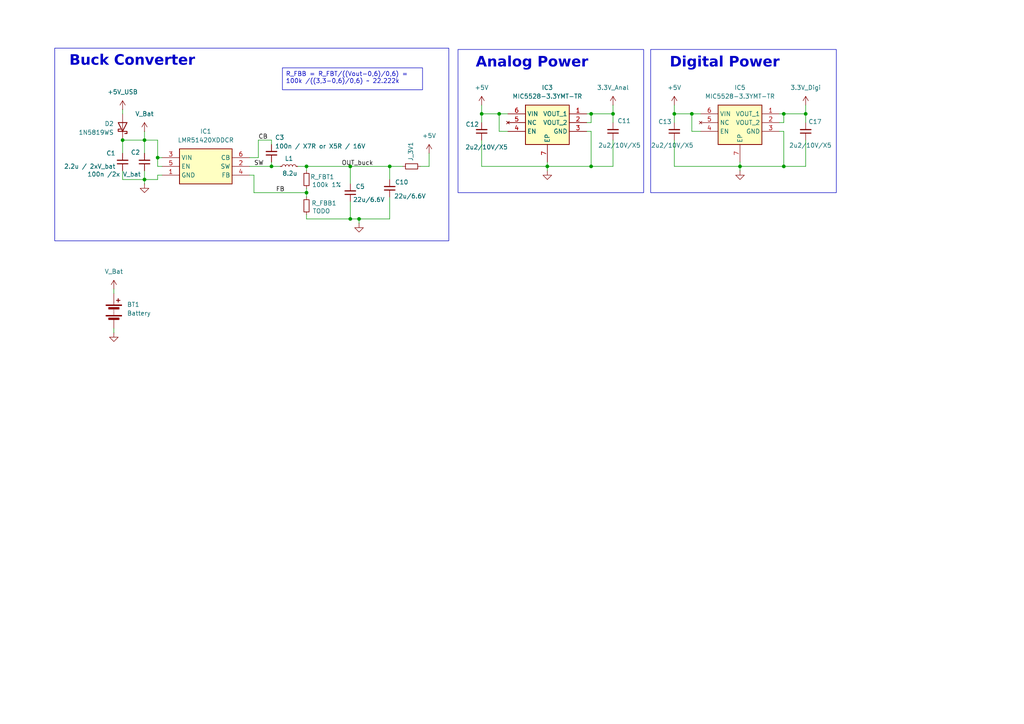
<source format=kicad_sch>
(kicad_sch (version 20231120) (generator "eeschema") (generator_version "8.0")
  (paper "A4")
  (lib_symbols
    (symbol "Device:Battery" (pin_numbers hide) (pin_names (offset 0) hide)
      (property "Reference" "BT" (at 2.54 2.54 0))
      (property "Value" "Battery" (at 2.54 0 0))
      (symbol "Battery_0_1"
        (rectangle (start -2.286 -1.27) (end 2.286 -1.524) (fill (type outline)))
        (rectangle (start -2.286 1.778) (end 2.286 1.524) (fill (type outline)))
        (rectangle (start -1.524 -2.032) (end 1.524 -2.54) (fill (type outline)))
        (rectangle (start -1.524 1.016) (end 1.524 0.508) (fill (type outline)))
        (polyline (pts (xy 0 -1.016) (xy 0 -0.762)))
        (polyline (pts (xy 0 -0.508) (xy 0 -0.254)))
        (polyline (pts (xy 0 0) (xy 0 0.254)))
        (polyline (pts (xy 0 1.778) (xy 0 2.54)))
        (polyline (pts (xy 0.762 3.048) (xy 1.778 3.048)) (stroke (width 0.254)))
        (polyline (pts (xy 1.27 3.556) (xy 1.27 2.54)) (stroke (width 0.254)))
      )
      (symbol "Battery_1_1"
        (pin passive line (at 0 5.08 270) (length 2.54) (name "+") (number "1"))
        (pin passive line (at 0 -5.08 90) (length 2.54) (name "-") (number "2"))
      )
    )
    (symbol "Device:C_Small" (pin_numbers hide) (pin_names (offset 0.254) hide)
      (property "Reference" "C" (at 0.254 1.778 0))
      (property "Value" "C_Small" (at 0.254 -2.032 0))
      (symbol "C_Small_0_1"
        (polyline (pts (xy -1.524 -0.508) (xy 1.524 -0.508)) (stroke (width 0.3302)))
        (polyline (pts (xy -1.524 0.508) (xy 1.524 0.508)) (stroke (width 0.3048)))
      )
      (symbol "C_Small_1_1"
        (pin passive line (at 0 2.54 270) (length 2.032) (name "~") (number "1"))
        (pin passive line (at 0 -2.54 90) (length 2.032) (name "~") (number "2"))
      )
    )
    (symbol "Device:L_Small" (pin_numbers hide) (pin_names (offset 0.254) hide)
      (property "Reference" "L" (at 0.762 1.016 0))
      (property "Value" "L_Small" (at 0.762 -1.016 0))
      (symbol "L_Small_0_1"
        (arc (start 0 -2.032) (mid 0.5058 -1.524) (end 0 -1.016))
        (arc (start 0 -1.016) (mid 0.5058 -0.508) (end 0 0))
        (arc (start 0 0) (mid 0.5058 0.508) (end 0 1.016))
        (arc (start 0 1.016) (mid 0.5058 1.524) (end 0 2.032))
      )
      (symbol "L_Small_1_1"
        (pin passive line (at 0 2.54 270) (length 0.508) (name "~") (number "1"))
        (pin passive line (at 0 -2.54 90) (length 0.508) (name "~") (number "2"))
      )
    )
    (symbol "Device:R_Small" (pin_numbers hide) (pin_names (offset 0.254) hide)
      (property "Reference" "R" (at 0.762 0.508 0))
      (property "Value" "R_Small" (at 0.762 -1.016 0))
      (symbol "R_Small_0_1"
        (rectangle (start -0.762 1.778) (end 0.762 -1.778) (stroke (width 0.2032)))
      )
      (symbol "R_Small_1_1"
        (pin passive line (at 0 2.54 270) (length 0.762) (name "~") (number "1"))
        (pin passive line (at 0 -2.54 90) (length 0.762) (name "~") (number "2"))
      )
    )
    (symbol "Diode:1N5819WS" (pin_numbers hide) (pin_names (offset 1.016) hide)
      (property "Reference" "D" (at 0 2.54 0))
      (property "Value" "1N5819WS" (at 0 -2.54 0))
      (symbol "1N5819WS_0_1"
        (polyline (pts (xy 1.27 0) (xy -1.27 0)))
        (polyline (pts (xy 1.27 1.27) (xy 1.27 -1.27) (xy -1.27 0) (xy 1.27 1.27)) (stroke (width 0.254)))
        (polyline (pts (xy -1.905 0.635) (xy -1.905 1.27) (xy -1.27 1.27) (xy -1.27 -1.27) (xy -0.635 -1.27) (xy -0.635 -0.635)) (stroke (width 0.254)))
      )
      (symbol "1N5819WS_1_1"
        (pin passive line (at -3.81 0 0) (length 2.54) (name "K") (number "1"))
        (pin passive line (at 3.81 0 180) (length 2.54) (name "A") (number "2"))
      )
    )
    (symbol "ESC_Library:LMR51420XDDCR"
      (property "Reference" "IC" (at 21.59 7.62 0))
      (property "Value" "LMR51420XDDCR" (at 21.59 5.08 0))
      (symbol "LMR51420XDDCR_1_1"
        (rectangle (start 5.08 2.54) (end 20.32 -7.62) (stroke (width 0.254)) (fill (type background)))
        (pin passive line (at 0 -5.08 0) (length 5.08) (name "GND") (number "1"))
        (pin passive line (at 25.4 -2.54 180) (length 5.08) (name "SW") (number "2"))
        (pin passive line (at 0 0 0) (length 5.08) (name "VIN") (number "3"))
        (pin passive line (at 25.4 -5.08 180) (length 5.08) (name "FB") (number "4"))
        (pin passive line (at 0 -2.54 0) (length 5.08) (name "EN") (number "5"))
        (pin passive line (at 25.4 0 180) (length 5.08) (name "CB") (number "6"))
      )
    )
    (symbol "FC_Library:MIC5528-3.3YMT-TR"
      (property "Reference" "IC" (at 26.67 7.62 0))
      (property "Value" "MIC5528-3.3YMT-TR" (at 26.67 5.08 0))
      (symbol "MIC5528-3.3YMT-TR_1_1"
        (rectangle (start 5.08 2.54) (end 17.78 -8.89) (stroke (width 0.254)) (fill (type background)))
        (pin passive line (at 0 0 0) (length 5.08) (name "VOUT_1") (number "1"))
        (pin passive line (at 0 -2.54 0) (length 5.08) (name "VOUT_2") (number "2"))
        (pin passive line (at 0 -5.08 0) (length 5.08) (name "GND") (number "3"))
        (pin passive line (at 22.86 -5.08 180) (length 5.08) (name "EN") (number "4"))
        (pin no_connect line (at 22.86 -2.54 180) (length 5.08) (name "NC") (number "5"))
        (pin passive line (at 22.86 0 180) (length 5.08) (name "VIN") (number "6"))
        (pin passive line (at 11.43 -13.97 90) (length 5.08) (name "EP") (number "7"))
      )
    )
    (symbol "power:+3V3" (power) (pin_numbers hide) (pin_names (offset 0) hide)
      (property "Value" "+3V3" (at 0 3.556 0))
      (symbol "+3V3_0_1"
        (polyline (pts (xy -0.762 1.27) (xy 0 2.54)))
        (polyline (pts (xy 0 0) (xy 0 2.54)))
        (polyline (pts (xy 0 2.54) (xy 0.762 1.27)))
      )
      (symbol "+3V3_1_1"
        (pin power_in line (at 0 0 90) (length 0) (name "~") (number "1"))
      )
    )
    (symbol "power:+5V" (power) (pin_numbers hide) (pin_names (offset 0) hide)
      (property "Value" "+5V" (at 0 3.556 0))
      (symbol "+5V_0_1"
        (polyline (pts (xy -0.762 1.27) (xy 0 2.54)))
        (polyline (pts (xy 0 0) (xy 0 2.54)))
        (polyline (pts (xy 0 2.54) (xy 0.762 1.27)))
      )
      (symbol "+5V_1_1"
        (pin power_in line (at 0 0 90) (length 0) (name "~") (number "1"))
      )
    )
    (symbol "power:+6V" (power) (pin_numbers hide) (pin_names (offset 0) hide)
      (property "Value" "+6V" (at 0 3.556 0))
      (symbol "+6V_0_1"
        (polyline (pts (xy -0.762 1.27) (xy 0 2.54)))
        (polyline (pts (xy 0 0) (xy 0 2.54)))
        (polyline (pts (xy 0 2.54) (xy 0.762 1.27)))
      )
      (symbol "+6V_1_1"
        (pin power_in line (at 0 0 90) (length 0) (name "~") (number "1"))
      )
    )
    (symbol "power:GND" (power) (pin_numbers hide) (pin_names (offset 0) hide)
      (property "Value" "GND" (at 0 -3.81 0))
      (symbol "GND_0_1"
        (polyline (pts (xy 0 0) (xy 0 -1.27) (xy 1.27 -1.27) (xy 0 -2.54) (xy -1.27 -1.27) (xy 0 -1.27)))
      )
      (symbol "GND_1_1"
        (pin power_in line (at 0 0 270) (length 0) (name "~") (number "1"))
      )
    )
  )
  (junction (at 101.6 63.5))
  (junction (at 78.74 48.26))
  (junction (at 35.56 40.64))
  (junction (at 88.9 48.26))
  (junction (at 139.7 33.02))
  (junction (at 214.63 48.26))
  (junction (at 195.58 33.02))
  (junction (at 41.91 52.07))
  (junction (at 233.68 33.02))
  (junction (at 41.91 40.64))
  (junction (at 88.9 55.88))
  (junction (at 171.45 33.02))
  (junction (at 144.78 33.02))
  (junction (at 101.6 48.26))
  (junction (at 104.14 63.5))
  (junction (at 113.03 48.26))
  (junction (at 171.45 48.26))
  (junction (at 200.66 33.02))
  (junction (at 227.33 48.26))
  (junction (at 177.8 33.02))
  (junction (at 158.75 48.26))
  (junction (at 227.33 33.02))
  (junction (at 45.72 45.72))
  (wire (pts (xy 200.66 33.02) (xy 195.58 33.02)))
  (wire (pts (xy 177.8 48.26) (xy 171.45 48.26)))
  (wire (pts (xy 177.8 35.56) (xy 177.8 33.02)))
  (wire (pts (xy 74.93 45.72) (xy 74.93 40.64)))
  (wire (pts (xy 104.14 63.5) (xy 113.03 63.5)))
  (wire (pts (xy 233.68 40.64) (xy 233.68 48.26)))
  (wire (pts (xy 139.7 48.26) (xy 139.7 40.64)))
  (wire (pts (xy 73.66 55.88) (xy 73.66 50.8)))
  (wire (pts (xy 200.66 38.1) (xy 200.66 33.02)))
  (wire (pts (xy 233.68 35.56) (xy 233.68 33.02)))
  (wire (pts (xy 124.46 48.26) (xy 121.92 48.26)))
  (wire (pts (xy 78.74 48.26) (xy 81.28 48.26)))
  (wire (pts (xy 74.93 40.64) (xy 78.74 40.64)))
  (wire (pts (xy 35.56 44.45) (xy 35.56 40.64)))
  (wire (pts (xy 203.2 38.1) (xy 200.66 38.1)))
  (wire (pts (xy 78.74 48.26) (xy 72.39 48.26)))
  (wire (pts (xy 35.56 52.07) (xy 35.56 49.53)))
  (wire (pts (xy 104.14 64.77) (xy 104.14 63.5)))
  (wire (pts (xy 46.99 48.26) (xy 45.72 48.26)))
  (wire (pts (xy 45.72 45.72) (xy 46.99 45.72)))
  (wire (pts (xy 88.9 48.26) (xy 86.36 48.26)))
  (wire (pts (xy 45.72 52.07) (xy 45.72 50.8)))
  (wire (pts (xy 45.72 48.26) (xy 45.72 45.72)))
  (wire (pts (xy 33.02 83.82) (xy 33.02 85.09)))
  (wire (pts (xy 170.18 38.1) (xy 171.45 38.1)))
  (wire (pts (xy 88.9 57.15) (xy 88.9 55.88)))
  (wire (pts (xy 171.45 33.02) (xy 170.18 33.02)))
  (wire (pts (xy 195.58 33.02) (xy 195.58 35.56)))
  (wire (pts (xy 74.93 45.72) (xy 72.39 45.72)))
  (wire (pts (xy 41.91 49.53) (xy 41.91 52.07)))
  (wire (pts (xy 233.68 33.02) (xy 227.33 33.02)))
  (wire (pts (xy 45.72 40.64) (xy 45.72 45.72)))
  (wire (pts (xy 171.45 48.26) (xy 158.75 48.26)))
  (wire (pts (xy 33.02 96.52) (xy 33.02 95.25)))
  (wire (pts (xy 35.56 40.64) (xy 41.91 40.64)))
  (wire (pts (xy 45.72 50.8) (xy 46.99 50.8)))
  (wire (pts (xy 144.78 33.02) (xy 139.7 33.02)))
  (wire (pts (xy 214.63 46.99) (xy 214.63 48.26)))
  (wire (pts (xy 139.7 30.48) (xy 139.7 33.02)))
  (wire (pts (xy 227.33 38.1) (xy 227.33 48.26)))
  (wire (pts (xy 78.74 46.99) (xy 78.74 48.26)))
  (wire (pts (xy 41.91 52.07) (xy 45.72 52.07)))
  (wire (pts (xy 147.32 33.02) (xy 144.78 33.02)))
  (wire (pts (xy 88.9 55.88) (xy 88.9 54.61)))
  (wire (pts (xy 41.91 40.64) (xy 45.72 40.64)))
  (wire (pts (xy 177.8 33.02) (xy 171.45 33.02)))
  (wire (pts (xy 233.68 30.48) (xy 233.68 33.02)))
  (wire (pts (xy 170.18 35.56) (xy 171.45 35.56)))
  (wire (pts (xy 171.45 38.1) (xy 171.45 48.26)))
  (wire (pts (xy 41.91 40.64) (xy 41.91 44.45)))
  (wire (pts (xy 88.9 63.5) (xy 101.6 63.5)))
  (wire (pts (xy 177.8 40.64) (xy 177.8 48.26)))
  (wire (pts (xy 227.33 33.02) (xy 226.06 33.02)))
  (wire (pts (xy 144.78 38.1) (xy 144.78 33.02)))
  (wire (pts (xy 203.2 33.02) (xy 200.66 33.02)))
  (wire (pts (xy 88.9 48.26) (xy 101.6 48.26)))
  (wire (pts (xy 101.6 48.26) (xy 101.6 53.34)))
  (wire (pts (xy 226.06 35.56) (xy 227.33 35.56)))
  (wire (pts (xy 35.56 31.75) (xy 35.56 33.02)))
  (wire (pts (xy 227.33 48.26) (xy 214.63 48.26)))
  (wire (pts (xy 78.74 40.64) (xy 78.74 41.91)))
  (wire (pts (xy 158.75 46.99) (xy 158.75 48.26)))
  (wire (pts (xy 124.46 44.45) (xy 124.46 48.26)))
  (wire (pts (xy 101.6 63.5) (xy 104.14 63.5)))
  (wire (pts (xy 139.7 33.02) (xy 139.7 35.56)))
  (wire (pts (xy 41.91 38.1) (xy 41.91 40.64)))
  (wire (pts (xy 233.68 48.26) (xy 227.33 48.26)))
  (wire (pts (xy 88.9 49.53) (xy 88.9 48.26)))
  (wire (pts (xy 171.45 33.02) (xy 171.45 35.56)))
  (wire (pts (xy 101.6 58.42) (xy 101.6 63.5)))
  (wire (pts (xy 226.06 38.1) (xy 227.33 38.1)))
  (wire (pts (xy 158.75 48.26) (xy 158.75 49.53)))
  (wire (pts (xy 73.66 55.88) (xy 88.9 55.88)))
  (wire (pts (xy 158.75 48.26) (xy 139.7 48.26)))
  (wire (pts (xy 73.66 50.8) (xy 72.39 50.8)))
  (wire (pts (xy 101.6 48.26) (xy 113.03 48.26)))
  (wire (pts (xy 214.63 48.26) (xy 195.58 48.26)))
  (wire (pts (xy 88.9 63.5) (xy 88.9 62.23)))
  (wire (pts (xy 113.03 52.07) (xy 113.03 48.26)))
  (wire (pts (xy 113.03 48.26) (xy 116.84 48.26)))
  (wire (pts (xy 147.32 38.1) (xy 144.78 38.1)))
  (wire (pts (xy 227.33 33.02) (xy 227.33 35.56)))
  (wire (pts (xy 214.63 48.26) (xy 214.63 49.53)))
  (wire (pts (xy 113.03 63.5) (xy 113.03 57.15)))
  (wire (pts (xy 195.58 48.26) (xy 195.58 40.64)))
  (wire (pts (xy 41.91 53.34) (xy 41.91 52.07)))
  (wire (pts (xy 177.8 30.48) (xy 177.8 33.02)))
  (wire (pts (xy 195.58 30.48) (xy 195.58 33.02)))
  (wire (pts (xy 35.56 52.07) (xy 41.91 52.07)))
  (rectangle (start 15.875 13.97) (end 130.175 69.85))
  (rectangle (start 188.722 14.351) (end 242.57 55.88))
  (rectangle (start 132.842 14.351) (end 186.69 55.88))
  (text_box "R_FBB = R_FBT/((Vout-0,6)/0,6) = 100k /((3,3-0,6)/0,6) ~ 22.222k" (at 81.915 19.685 0) (size 40.64 6.35) (effects (font (size 1.27 1.27)) (justify left top)))
  (text "Buck Converter" (at 38.354 18.542 0) (effects (font (size 3 3))))
  (text "Analog Power" (at 154.305 19.05 0) (effects (font (size 3 3))))
  (text "Digital Power" (at 210.185 19.05 0) (effects (font (size 3 3))))
  (label "FB" (at 80.01 55.88 0))
  (label "SW" (at 73.66 48.26 0))
  (label "CB" (at 74.93 40.64 0))
  (label "OUT_buck" (at 99.06 48.26 0))
  (symbol (lib_id "power:GND") (at 214.63 49.53 0) (mirror y) (unit 1)
    (property "Reference" "#PWR028" (effects (hide yes)))
    (property "Value" "GND" (effects (hide yes)))
    (property "Description" "Power symbol creates a global label with name \"GND\" , ground" (effects (hide yes)))
  )
  (symbol (lib_id "power:+6V") (at 33.02 83.82 0) (unit 1)
    (property "Reference" "#PWR048" (effects (hide yes)))
    (property "Value" "V_Bat" (at 33.02 78.74 0))
    (property "Description" "Power symbol creates a global label with name \"+6V\"" (effects (hide yes)))
  )
  (symbol (lib_id "Device:C_Small") (at 195.58 38.1 0) (mirror x) (unit 1)
    (property "Reference" "C13" (at 194.818 35.306 0) (effects (justify right)))
    (property "Value" "2u2/10V/X5" (at 201.168 42.164 0) (effects (justify right)))
    (property "Footprint" "Capacitor_SMD:C_0603_1608Metric" (effects (hide yes)))
    (property "Description" "Unpolarized capacitor, small symbol" (effects (hide yes)))
  )
  (symbol (lib_id "power:GND") (at 41.91 53.34 0) (unit 1)
    (property "Reference" "#PWR05" (effects (hide yes)))
    (property "Value" "GND" (effects (hide yes)))
    (property "Description" "Power symbol creates a global label with name \"GND\" , ground" (effects (hide yes)))
  )
  (symbol (lib_id "Device:C_Small") (at 177.8 38.1 180) (unit 1)
    (property "Reference" "C11" (at 179.07 35.052 0) (effects (justify right)))
    (property "Value" "2u2/10V/X5" (at 173.482 42.164 0) (effects (justify right)))
    (property "Footprint" "Capacitor_SMD:C_0603_1608Metric" (effects (hide yes)))
    (property "Description" "Unpolarized capacitor, small symbol" (effects (hide yes)))
  )
  (symbol (lib_id "FC_Library:MIC5528-3.3YMT-TR") (at 170.18 33.02 0) (mirror y) (unit 1)
    (property "Reference" "IC3" (at 158.75 25.4 0))
    (property "Value" "MIC5528-3.3YMT-TR" (at 158.75 27.94 0))
    (property "Footprint" "SON40P120X120X60-7N-D" (effects (hide yes)))
    (property "Datasheet" "https://ww1.microchip.com/downloads/en/DeviceDoc/MIC5528-High-Performance-500mA-LDO-in-Thin-and-Extra-Thin-DFN-Packages-DS20005982B.pdf" (effects (hide yes)))
    (property "Description" "Microchip Technology MIC5528-3.3YMT-TR, LDO Voltage Regulator Controller, 500mA, 3.3 V, +/-3% 6-Pin, TDFN" (effects (hide yes)))
    (property "Height" "0.6" (effects (hide yes)))
    (property "Mouser Part Number" "998-MIC5528-3.3YMTTR" (effects (hide yes)))
    (property "Mouser Price/Stock" "https://www.mouser.co.uk/ProductDetail/Microchip-Technology/MIC5528-3.3YMT-TR?qs=U6T8BxXiZAXEO0XtzncCuQ%3D%3D" (effects (hide yes)))
    (property "Manufacturer_Name" "Microchip" (effects (hide yes)))
    (property "Manufacturer_Part_Number" "MIC5528-3.3YMT-TR" (effects (hide yes)))
  )
  (symbol (lib_id "Device:Battery") (at 33.02 90.17 0) (unit 1)
    (property "Reference" "BT1" (at 36.83 88.3284 0) (effects (justify left)))
    (property "Value" "Battery" (at 36.83 90.8684 0) (effects (justify left)))
    (property "Footprint" "Connector_AMASS:AMASS_XT30U-F_1x02_P5.0mm_Vertical" (effects (hide yes)))
    (property "Description" "Multiple-cell battery" (effects (hide yes)))
  )
  (symbol (lib_id "Device:R_Small") (at 119.38 48.26 90) (unit 1)
    (property "Reference" "J_3V1" (at 119.126 43.942 0))
    (property "Value" "0" (effects (hide yes)))
    (property "Footprint" "Resistor_SMD:R_0603_1608Metric" (effects (hide yes)))
    (property "Description" "Resistor, small symbol" (effects (hide yes)))
  )
  (symbol (lib_id "Device:C_Small") (at 113.03 54.61 180) (unit 1)
    (property "Reference" "C10" (at 114.554 52.832 0) (effects (justify right)))
    (property "Value" "22u/6.6V" (at 114.3 56.896 0) (effects (justify right)))
    (property "Footprint" "Capacitor_SMD:C_0603_1608Metric" (effects (hide yes)))
    (property "Description" "Unpolarized capacitor, small symbol" (effects (hide yes)))
  )
  (symbol (lib_id "FC_Library:MIC5528-3.3YMT-TR") (at 226.06 33.02 0) (mirror y) (unit 1)
    (property "Reference" "IC5" (at 214.63 25.4 0))
    (property "Value" "MIC5528-3.3YMT-TR" (at 214.63 27.94 0))
    (property "Footprint" "SON40P120X120X60-7N-D" (effects (hide yes)))
    (property "Datasheet" "https://ww1.microchip.com/downloads/en/DeviceDoc/MIC5528-High-Performance-500mA-LDO-in-Thin-and-Extra-Thin-DFN-Packages-DS20005982B.pdf" (effects (hide yes)))
    (property "Description" "Microchip Technology MIC5528-3.3YMT-TR, LDO Voltage Regulator Controller, 500mA, 3.3 V, +/-3% 6-Pin, TDFN" (effects (hide yes)))
    (property "Height" "0.6" (effects (hide yes)))
    (property "Mouser Part Number" "998-MIC5528-3.3YMTTR" (effects (hide yes)))
    (property "Mouser Price/Stock" "https://www.mouser.co.uk/ProductDetail/Microchip-Technology/MIC5528-3.3YMT-TR?qs=U6T8BxXiZAXEO0XtzncCuQ%3D%3D" (effects (hide yes)))
    (property "Manufacturer_Name" "Microchip" (effects (hide yes)))
    (property "Manufacturer_Part_Number" "MIC5528-3.3YMT-TR" (effects (hide yes)))
  )
  (symbol (lib_id "power:+3V3") (at 233.68 30.48 0) (unit 1)
    (property "Reference" "#PWR029" (effects (hide yes)))
    (property "Value" "3.3V_Digi" (at 233.68 25.4 0))
    (property "Description" "Power symbol creates a global label with name \"+3V3\"" (effects (hide yes)))
  )
  (symbol (lib_id "Diode:1N5819WS") (at 35.56 36.83 270) (mirror x) (unit 1)
    (property "Reference" "D2" (at 33.02 35.8774 90) (effects (justify right)))
    (property "Value" "1N5819WS" (at 33.02 38.4174 90) (effects (justify right)))
    (property "Footprint" "Diode_SMD:D_SOD-323" (effects (hide yes)))
    (property "Datasheet" "https://datasheet.lcsc.com/lcsc/2204281430_Guangdong-Hottech-1N5819WS_C191023.pdf" (effects (hide yes)))
    (property "Description" "40V 600mV@1A 1A SOD-323 Schottky Barrier Diodes, SOD-323" (effects (hide yes)))
  )
  (symbol (lib_id "Device:C_Small") (at 35.56 46.99 0) (mirror x) (unit 1)
    (property "Reference" "C1" (at 33.528 44.45 0) (effects (justify right)))
    (property "Value" "2.2u / 2xV_bat" (at 33.528 48.26 0) (effects (justify right)))
    (property "Footprint" "Capacitor_SMD:C_0603_1608Metric" (effects (hide yes)))
    (property "Description" "Unpolarized capacitor, small symbol" (effects (hide yes)))
  )
  (symbol (lib_id "Device:R_Small") (at 88.9 52.07 0) (mirror x) (unit 1)
    (property "Reference" "R_FBT1" (at 93.472 51.308 0))
    (property "Value" "100k 1%" (at 94.742 53.594 0))
    (property "Footprint" "Resistor_SMD:R_0603_1608Metric" (effects (hide yes)))
    (property "Description" "Resistor, small symbol" (effects (hide yes)))
  )
  (symbol (lib_id "power:+3V3") (at 177.8 30.48 0) (unit 1)
    (property "Reference" "#PWR025" (effects (hide yes)))
    (property "Value" "3.3V_Anal" (at 177.8 25.4 0))
    (property "Description" "Power symbol creates a global label with name \"+3V3\"" (effects (hide yes)))
  )
  (symbol (lib_id "power:+3V3") (at 139.7 30.48 0) (unit 1)
    (property "Reference" "#PWR024" (effects (hide yes)))
    (property "Value" "+5V" (at 139.7 25.4 0))
    (property "Description" "Power symbol creates a global label with name \"+3V3\"" (effects (hide yes)))
  )
  (symbol (lib_id "ESC_Library:LMR51420XDDCR") (at 46.99 45.72 0) (unit 1)
    (property "Reference" "IC1" (at 59.69 38.1 0))
    (property "Value" "LMR51420XDDCR" (at 59.69 40.64 0))
    (property "Footprint" "SOT95P280X110-6N" (effects (hide yes)))
    (property "Datasheet" "https://www.ti.com/lit/ds/symlink/lmr51420.pdf?ts=1663231243064" (effects (hide yes)))
    (property "Description" "Switching Voltage Regulators SIMPLE SWITCHER power converter 4.5-V to 36-V, 2-A, synchronous buck with 40-uA IQ" (effects (hide yes)))
    (property "Height" "1.1" (effects (hide yes)))
    (property "Mouser Part Number" "595-LMR51420XDDCR" (effects (hide yes)))
    (property "Mouser Price/Stock" "https://www.mouser.co.uk/ProductDetail/Texas-Instruments/LMR51420XDDCR?qs=vvQtp7zwQdN6fBqQU4azxw%3D%3D" (effects (hide yes)))
    (property "Manufacturer_Name" "Texas Instruments" (effects (hide yes)))
    (property "Manufacturer_Part_Number" "LMR51420XDDCR" (effects (hide yes)))
  )
  (symbol (lib_id "Device:C_Small") (at 101.6 55.88 180) (unit 1)
    (property "Reference" "C5" (at 103.124 54.102 0) (effects (justify right)))
    (property "Value" "22u/6.6V" (at 102.362 57.912 0) (effects (justify right)))
    (property "Footprint" "Capacitor_SMD:C_0603_1608Metric" (effects (hide yes)))
    (property "Description" "Unpolarized capacitor, small symbol" (effects (hide yes)))
  )
  (symbol (lib_id "power:+3V3") (at 124.46 44.45 0) (unit 1)
    (property "Reference" "#PWR011" (effects (hide yes)))
    (property "Value" "+5V" (at 124.46 39.37 0))
    (property "Description" "Power symbol creates a global label with name \"+3V3\"" (effects (hide yes)))
  )
  (symbol (lib_id "Device:C_Small") (at 41.91 46.99 0) (mirror x) (unit 1)
    (property "Reference" "C2" (at 40.64 44.196 0) (effects (justify right)))
    (property "Value" "100n /2x V_bat" (at 40.894 50.546 0) (effects (justify right)))
    (property "Footprint" "Capacitor_SMD:C_0402_1005Metric_Pad0.74x0.62mm_HandSolder" (effects (hide yes)))
    (property "Description" "Unpolarized capacitor, small symbol" (effects (hide yes)))
  )
  (symbol (lib_id "Device:C_Small") (at 233.68 38.1 180) (unit 1)
    (property "Reference" "C17" (at 234.442 35.306 0) (effects (justify right)))
    (property "Value" "2u2/10V/X5" (at 228.854 42.164 0) (effects (justify right)))
    (property "Footprint" "Capacitor_SMD:C_0603_1608Metric" (effects (hide yes)))
    (property "Description" "Unpolarized capacitor, small symbol" (effects (hide yes)))
  )
  (symbol (lib_id "power:+5V") (at 35.56 31.75 0) (unit 1)
    (property "Reference" "#PWR01" (effects (hide yes)))
    (property "Value" "+5V_USB" (at 35.56 26.67 0))
    (property "Description" "Power symbol creates a global label with name \"+5V\"" (effects (hide yes)))
  )
  (symbol (lib_id "power:GND") (at 33.02 96.52 0) (unit 1)
    (property "Reference" "#PWR047" (effects (hide yes)))
    (property "Value" "GND" (effects (hide yes)))
    (property "Description" "Power symbol creates a global label with name \"GND\" , ground" (effects (hide yes)))
  )
  (symbol (lib_id "Device:C_Small") (at 78.74 44.45 180) (unit 1)
    (property "Reference" "C3" (at 79.756 39.878 0) (effects (justify right)))
    (property "Value" "100n / X7R or X5R / 16V" (at 79.756 42.418 0) (effects (justify right)))
    (property "Footprint" "Capacitor_SMD:C_0603_1608Metric" (effects (hide yes)))
    (property "Description" "Unpolarized capacitor, small symbol" (effects (hide yes)))
  )
  (symbol (lib_id "power:+3V3") (at 195.58 30.48 0) (unit 1)
    (property "Reference" "#PWR027" (effects (hide yes)))
    (property "Value" "+5V" (at 195.58 25.4 0))
    (property "Description" "Power symbol creates a global label with name \"+3V3\"" (effects (hide yes)))
  )
  (symbol (lib_id "Device:L_Small") (at 83.82 48.26 90) (unit 1)
    (property "Reference" "L1" (at 83.82 45.974 90))
    (property "Value" "8.2u" (at 84.074 50.292 90))
    (property "Footprint" "XAL5050822MEC" (effects (hide yes)))
    (property "Description" "Inductor, small symbol" (effects (hide yes)))
    (property "Height" "5.1" (effects (hide yes)))
    (property "Mouser Part Number" "994-XAL5050-822MEC" (effects (hide yes)))
    (property "Mouser Price/Stock" "https://www.mouser.co.uk/ProductDetail/Coilcraft/XAL5050-822MEC?qs=zCSbvcPd3pZDEPpKfFCYbg%3D%3D" (effects (hide yes)))
    (property "Manufacturer_Name" "COILCRAFT" (effects (hide yes)))
    (property "Manufacturer_Part_Number" "XAL5050-822MEC" (effects (hide yes)))
  )
  (symbol (lib_id "power:GND") (at 104.14 64.77 0) (mirror y) (unit 1)
    (property "Reference" "#PWR010" (effects (hide yes)))
    (property "Value" "GND" (effects (hide yes)))
    (property "Description" "Power symbol creates a global label with name \"GND\" , ground" (effects (hide yes)))
  )
  (symbol (lib_id "Device:C_Small") (at 139.7 38.1 0) (mirror x) (unit 1)
    (property "Reference" "C12" (at 138.938 36.068 0) (effects (justify right)))
    (property "Value" "2u2/10V/X5" (at 147.32 42.672 0) (effects (justify right)))
    (property "Footprint" "Capacitor_SMD:C_0603_1608Metric" (effects (hide yes)))
    (property "Description" "Unpolarized capacitor, small symbol" (effects (hide yes)))
  )
  (symbol (lib_id "power:+6V") (at 41.91 38.1 0) (unit 1)
    (property "Reference" "#PWR02" (effects (hide yes)))
    (property "Value" "V_Bat" (at 41.91 33.02 0))
    (property "Description" "Power symbol creates a global label with name \"+6V\"" (effects (hide yes)))
  )
  (symbol (lib_id "Device:R_Small") (at 88.9 59.69 0) (mirror x) (unit 1)
    (property "Reference" "R_FBB1" (at 93.98 58.928 0))
    (property "Value" "TODO" (at 93.218 61.214 0))
    (property "Footprint" "Resistor_SMD:R_0603_1608Metric" (effects (hide yes)))
    (property "Description" "Resistor, small symbol" (effects (hide yes)))
  )
  (symbol (lib_id "power:GND") (at 158.75 49.53 0) (mirror y) (unit 1)
    (property "Reference" "#PWR014" (effects (hide yes)))
    (property "Value" "GND" (effects (hide yes)))
    (property "Description" "Power symbol creates a global label with name \"GND\" , ground" (effects (hide yes)))
  )
)
</source>
